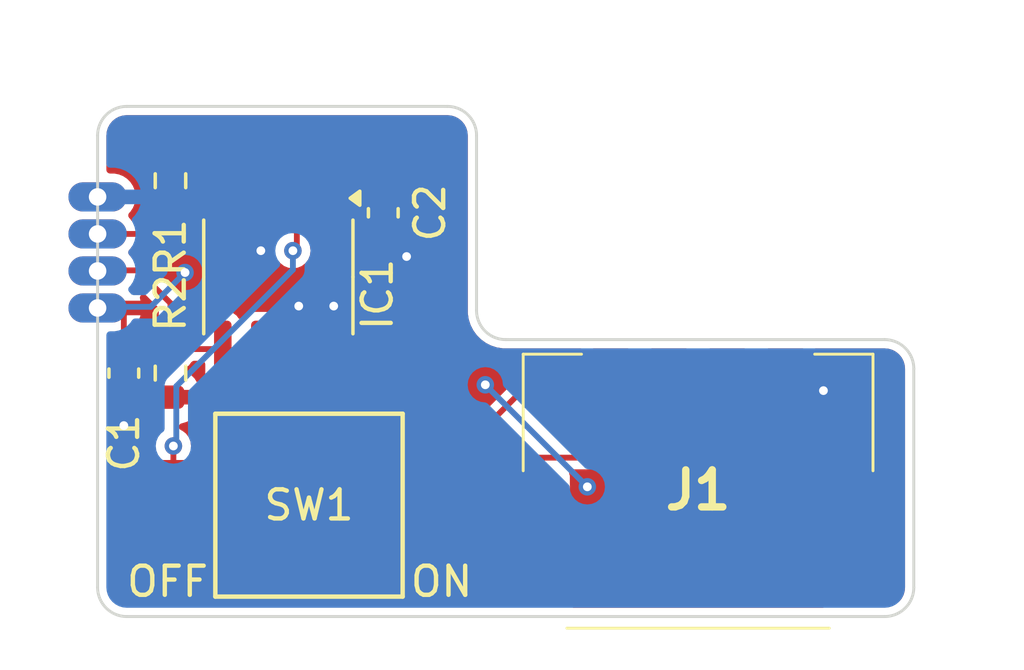
<source format=kicad_pcb>
(kicad_pcb (version 20240108) (generator "pcbnew") (generator_version "8.0")
  (layers (0 "F.Cu" signal) (31 "B.Cu" signal) (34 "B.Paste" user) (35 "F.Paste" user) (36 "B.SilkS" user "B.Silkscreen") (37 "F.SilkS" user "F.Silkscreen") (38 "B.Mask" user) (39 "F.Mask" user) (44 "Edge.Cuts" user))
  (net 0 "")
  (net 1 "GND")
  (net 2 "+5V")
  (net 3 "/SCL")
  (net 4 "/SDA")
  (net 5 "/DQ")
  (net 7 "/DQ_{1}")
  (footprint "Resistor_SMD:R_0603_1608Metric" (layer "F.Cu") (at 131.5 95.15 90)
    (property "Reference" "R2" (at 2.4 0 -90) (layer "F.SilkS"))
    (property "Value" "R")
    (fp_line (start -0.237258 -0.5225) (end 0.237258 -0.5225) (stroke (width 0.12)) (layer "F.SilkS"))
    (fp_line (start -0.237258 0.5225) (end 0.237258 0.5225) (stroke (width 0.12)) (layer "F.SilkS"))
    (pad "1" smd roundrect (at -0.825 0 90) (size 0.8 0.95) (layers "F.Cu" "F.Paste" "F.Mask") (net 2 "+5V"))
    (pad "2" smd roundrect (at 0.825 0 90) (size 0.8 0.95) (layers "F.Cu" "F.Paste" "F.Mask") (net 4 "/SDA"))
  )
  (footprint "Capacitor_SMD:C_0603_1608Metric" (layer "F.Cu") (at 129.9 95.15 90)
    (property "Reference" "C1" (at -2.4 0 -90) (layer "F.SilkS"))
    (property "Value" "100n")
    (fp_line (start -0.14058 -0.51) (end 0.14058 -0.51) (stroke (width 0.12)) (layer "F.SilkS"))
    (fp_line (start -0.14058 0.51) (end 0.14058 0.51) (stroke (width 0.12)) (layer "F.SilkS"))
    (pad "1" smd roundrect (at -0.775 0 90) (size 0.9 0.95) (layers "F.Cu" "F.Paste" "F.Mask") (net 1 "GND"))
    (pad "2" smd roundrect (at 0.775 0 90) (size 0.9 0.95) (layers "F.Cu" "F.Paste" "F.Mask") (net 2 "+5V"))
  )
  (footprint "Capacitor_SMD:C_0603_1608Metric" (layer "F.Cu") (at 138.8 89.65 90)
    (property "Reference" "C2" (at 0 1.6 -90) (layer "F.SilkS"))
    (property "Value" "100n")
    (fp_line (start -0.14058 -0.51) (end 0.14058 -0.51) (stroke (width 0.12)) (layer "F.SilkS"))
    (fp_line (start -0.14058 0.51) (end 0.14058 0.51) (stroke (width 0.12)) (layer "F.SilkS"))
    (pad "1" smd roundrect (at -0.775 0 90) (size 0.9 0.95) (layers "F.Cu" "F.Paste" "F.Mask") (net 1 "GND"))
    (pad "2" smd roundrect (at 0.775 0 90) (size 0.9 0.95) (layers "F.Cu" "F.Paste" "F.Mask") (net 2 "+5V"))
  )
  (footprint "Package_SO:SOIC-8_3.9x4.9mm_P1.27mm" (layer "F.Cu") (at 135.2 91.85 -90)
    (property "Reference" "IC1" (at 0.6 -3.4 90) (layer "F.SilkS"))
    (property "Value" "DS2482S-100+")
    (fp_line (start 0 2.56) (end -1.95 2.56) (stroke (width 0.12)) (layer "F.SilkS"))
    (fp_line (start 0 2.56) (end 1.95 2.56) (stroke (width 0.12)) (layer "F.SilkS"))
    (fp_line (start 0 -2.56) (end -1.95 -2.56) (stroke (width 0.12)) (layer "F.SilkS"))
    (fp_line (start 0 -2.56) (end 1.95 -2.56) (stroke (width 0.12)) (layer "F.SilkS"))
    (fp_poly (pts (xy -2.7 -2.465) (xy -2.94 -2.795) (xy -2.46 -2.795) (xy -2.7 -2.465)) (stroke (width 0.12)) (fill solid) (layer "F.SilkS"))
    (pad "1" smd roundrect (at -2.475 -1.905 270) (size 1.95 0.6) (layers "F.Cu" "F.Paste" "F.Mask") (net 2 "+5V"))
    (pad "2" smd roundrect (at -2.475 -0.635 270) (size 1.95 0.6) (layers "F.Cu" "F.Paste" "F.Mask") (net 5 "/DQ"))
    (pad "3" smd roundrect (at -2.475 0.635 270) (size 1.95 0.6) (layers "F.Cu" "F.Paste" "F.Mask") (net 1 "GND"))
    (pad "4" smd roundrect (at -2.475 1.905 270) (size 1.95 0.6) (layers "F.Cu" "F.Paste" "F.Mask") (net 3 "/SCL"))
    (pad "5" smd roundrect (at 2.475 1.905 270) (size 1.95 0.6) (layers "F.Cu" "F.Paste" "F.Mask") (net 4 "/SDA"))
    (pad "6" smd roundrect (at 2.475 0.635 270) (size 1.95 0.6) (layers "F.Cu" "F.Paste" "F.Mask"))
    (pad "7" smd roundrect (at 2.475 -0.635 270) (size 1.95 0.6) (layers "F.Cu" "F.Paste" "F.Mask") (net 1 "GND"))
    (pad "8" smd roundrect (at 2.475 -1.905 270) (size 1.95 0.6) (layers "F.Cu" "F.Paste" "F.Mask") (net 1 "GND"))
  )
  (footprint "Piggy:pigg" (layer "F.Cu") (at 129 90.375 -90)
    (property "Reference" "J2" (hide yes))
    (property "Value" "Conn_01x04")
    (pad "1" thru_hole oval (at 2.54 0 270) (size 1 2) (drill 0.6) (property pad_prop_castellated) (layers "*.Cu" "*.Mask") (net 2 "+5V"))
    (pad "2" thru_hole oval (at 1.27 0 270) (size 1 2) (drill 0.6) (property pad_prop_castellated) (layers "*.Cu" "*.Mask") (net 4 "/SDA"))
    (pad "3" thru_hole oval (at 0 0 270) (size 1 2) (drill 0.6) (property pad_prop_castellated) (layers "*.Cu" "*.Mask") (net 3 "/SCL"))
    (pad "4" thru_hole oval (at -1.27 0 270) (size 1 2) (drill 0.6) (property pad_prop_castellated) (layers "*.Cu" "*.Mask") (net 1 "GND"))
  )
  (footprint "Resistor_SMD:R_0603_1608Metric" (layer "F.Cu") (at 131.5 88.55 -90)
    (property "Reference" "R1" (at 2.3 0 90) (layer "F.SilkS"))
    (property "Value" "R")
    (fp_line (start -0.237258 0.5225) (end 0.237258 0.5225) (stroke (width 0.12)) (layer "F.SilkS"))
    (fp_line (start -0.237258 -0.5225) (end 0.237258 -0.5225) (stroke (width 0.12)) (layer "F.SilkS"))
    (pad "1" smd roundrect (at -0.825 0 270) (size 0.8 0.95) (layers "F.Cu" "F.Paste" "F.Mask") (net 2 "+5V"))
    (pad "2" smd roundrect (at 0.825 0 270) (size 0.8 0.95) (layers "F.Cu" "F.Paste" "F.Mask") (net 3 "/SCL"))
  )
  (footprint "Piggy:5023520400" (layer "F.Cu") (at 149.6 99.165)
    (property "Reference" "J1" (at 0 0 0) (layer "F.SilkS") (effects (font (size 1.27 1.27) (thickness 0.254))))
    (property "Value" "Conn_01x04" (hide yes))
    (fp_line (start -6 -4.665) (end -6 -0.665) (stroke (width 0.1)) (layer "F.SilkS"))
    (fp_line (start -4.5 4.735) (end 4.5 4.735) (stroke (width 0.1)) (layer "F.SilkS"))
    (fp_line (start -4 -4.665) (end -6 -4.665) (stroke (width 0.1)) (layer "F.SilkS"))
    (fp_line (start 4 -4.665) (end 6 -4.665) (stroke (width 0.1)) (layer "F.SilkS"))
    (fp_line (start 6 -4.665) (end 6 -0.665) (stroke (width 0.1)) (layer "F.SilkS"))
    (pad "1" smd rect (at 3 -3.265) (size 1.2 3.2) (layers "F.Cu" "F.Paste" "F.Mask") (net 1 "GND"))
    (pad "2" smd rect (at 1 -3.265) (size 1.2 3.2) (layers "F.Cu" "F.Paste" "F.Mask") (net 2 "+5V"))
    (pad "3" smd rect (at -1 -3.265) (size 1.2 3.2) (layers "F.Cu" "F.Paste" "F.Mask") (net 5 "/DQ"))
    (pad "4" smd rect (at -3 -3.265) (size 1.2 3.2) (layers "F.Cu" "F.Paste" "F.Mask") (net 7 "/DQ_{1}"))
    (pad "5" smd rect (at -5.55 1.7825) (size 1.7 4.435) (layers "F.Cu" "F.Paste" "F.Mask"))
    (pad "6" smd rect (at 5.55 1.7825) (size 1.7 4.435) (layers "F.Cu" "F.Paste" "F.Mask"))
  )
  (footprint "Piggy:418121270802_WRE" (layer "F.Cu") (at 136.2518 99.68)
    (property "Reference" "SW1" (at 0 0 0) (layer "F.SilkS"))
    (property "Value" "418121270802")
    (fp_line (start -3.2131 -3.1369) (end -3.2131 3.1369) (stroke (width 0.1524)) (layer "F.SilkS"))
    (fp_line (start -3.2131 3.1369) (end 3.2131 3.1369) (stroke (width 0.1524)) (layer "F.SilkS"))
    (fp_line (start 3.2131 -3.1369) (end -3.2131 -3.1369) (stroke (width 0.1524)) (layer "F.SilkS"))
    (fp_line (start 3.2131 3.1369) (end 3.2131 -3.1369) (stroke (width 0.1524)) (layer "F.SilkS"))
    (fp_text user "OFF" (at -4.8518 2.62 0) (layer "F.SilkS"))
    (fp_text user "ON" (at 4.5482 2.62 0) (layer "F.SilkS"))
    (pad "1" smd rect (at -4.6482 -1.27) (size 1.524 0.5588) (layers "F.Cu" "F.Paste" "F.Mask") (net 5 "/DQ"))
    (pad "2" smd rect (at -4.6482 1.27) (size 1.524 0.5588) (layers "F.Cu" "F.Paste" "F.Mask"))
    (pad "3" smd rect (at 4.6482 1.27) (size 1.524 0.5588) (layers "F.Cu" "F.Paste" "F.Mask"))
    (pad "4" smd rect (at 4.6482 -1.27) (size 1.524 0.5588) (layers "F.Cu" "F.Paste" "F.Mask") (net 7 "/DQ_{1}"))
  )
  (gr_arc (start 129 87) (mid 129.292893 86.292893) (end 130 86) (stroke (width 0.1)) (layer "Edge.Cuts"))
  (gr_line (start 129 102.5) (end 129 87) (stroke (width 0.1)) (layer "Edge.Cuts"))
  (gr_line (start 143 94) (end 156 94) (stroke (width 0.1)) (layer "Edge.Cuts"))
  (gr_arc (start 141 86) (mid 141.707107 86.292893) (end 142 87) (stroke (width 0.1)) (layer "Edge.Cuts"))
  (gr_line (start 157 95) (end 157 102.5) (stroke (width 0.1)) (layer "Edge.Cuts"))
  (gr_line (start 130 86) (end 141 86) (stroke (width 0.1)) (layer "Edge.Cuts"))
  (gr_arc (start 157 102.5) (mid 156.707107 103.207107) (end 156 103.5) (stroke (width 0.1)) (layer "Edge.Cuts"))
  (gr_line (start 156 103.5) (end 130 103.5) (stroke (width 0.1)) (layer "Edge.Cuts"))
  (gr_arc (start 156 94) (mid 156.707107 94.292893) (end 157 95) (stroke (width 0.1)) (layer "Edge.Cuts"))
  (gr_arc (start 143 94) (mid 142.292893 93.707107) (end 142 93) (stroke (width 0.1)) (layer "Edge.Cuts"))
  (gr_arc (start 130 103.5) (mid 129.292893 103.207107) (end 129 102.5) (stroke (width 0.1)) (layer "Edge.Cuts"))
  (gr_line (start 142 87) (end 142 93) (stroke (width 0.1)) (layer "Edge.Cuts"))
  (segment (start 138.8 90.425) (end 138.875 90.425) (width 0.2) (layer "F.Cu") (net 1))
  (segment (start 129.9 95.925) (end 129.9 96.95) (width 0.2) (layer "F.Cu") (net 1))
  (segment (start 137.105 92.855) (end 137.1 92.85) (width 0.2) (layer "F.Cu") (net 1))
  (segment (start 152.6 95.785) (end 153.865 95.785) (width 0.2) (layer "F.Cu") (net 1))
  (segment (start 134.565 89.375) (end 134.565 90.915) (width 0.2) (layer "F.Cu") (net 1))
  (segment (start 153.865 95.785) (end 153.9 95.75) (width 0.2) (layer "F.Cu") (net 1))
  (segment (start 135.835 94.325) (end 135.835 92.915) (width 0.2) (layer "F.Cu") (net 1))
  (segment (start 137.105 94.325) (end 137.105 92.855) (width 0.2) (layer "F.Cu") (net 1))
  (segment (start 138.875 90.425) (end 139.6 91.15) (width 0.2) (layer "F.Cu") (net 1))
  (segment (start 135.835 92.915) (end 135.9 92.85) (width 0.2) (layer "F.Cu") (net 1))
  (segment (start 134.565 90.915) (end 134.6 90.95) (width 0.2) (layer "F.Cu") (net 1))
  (via (at 153.9 95.75) (size 0.6) (drill 0.3) (layers "F.Cu" "B.Cu") (net 1))
  (via (at 139.6 91.15) (size 0.6) (drill 0.3) (layers "F.Cu" "B.Cu") (net 1))
  (via (at 134.6 90.95) (size 0.6) (drill 0.3) (layers "F.Cu" "B.Cu") (net 1))
  (via (at 137.1 92.85) (size 0.6) (drill 0.3) (layers "F.Cu" "B.Cu") (net 1))
  (via (at 135.9 92.85) (size 0.6) (drill 0.3) (layers "F.Cu" "B.Cu") (net 1))
  (via (at 129.9 96.95) (size 0.6) (drill 0.3) (layers "F.Cu" "B.Cu") (net 1))
  (segment (start 129.9 94.375) (end 129.9 93.175) (width 0.2) (layer "F.Cu") (net 2))
  (segment (start 129.9 93.175) (end 129.6 92.875) (width 0.2) (layer "F.Cu") (net 2))
  (via (at 132 91.7) (size 0.6) (drill 0.3) (layers "F.Cu" "B.Cu") (net 2))
  (via (at 142.3 95.549996) (size 0.6) (drill 0.3) (layers "F.Cu" "B.Cu") (net 2))
  (via (at 145.8 99.05) (size 0.6) (drill 0.3) (layers "F.Cu" "B.Cu") (net 2))
  (segment (start 132 91.7) (end 130.825 92.875) (width 0.2) (layer "B.Cu") (net 2))
  (segment (start 130.825 92.875) (end 129.6 92.875) (width 0.2) (layer "B.Cu") (net 2))
  (segment (start 145.8 99.05) (end 142.3 95.55) (width 0.2) (layer "B.Cu") (net 2))
  (segment (start 142.3 95.55) (end 142.3 95.549996) (width 0.2) (layer "B.Cu") (net 2))
  (segment (start 131.475 89.375) (end 130.475 90.375) (width 0.2) (layer "F.Cu") (net 3))
  (segment (start 131.5 89.375) (end 131.475 89.375) (width 0.2) (layer "F.Cu") (net 3))
  (segment (start 133.295 89.375) (end 131.5 89.375) (width 0.2) (layer "F.Cu") (net 3))
  (segment (start 130.475 90.375) (end 129.6 90.375) (width 0.2) (layer "F.Cu") (net 3))
  (segment (start 131.5 92.75) (end 130.375 91.625) (width 0.2) (layer "F.Cu") (net 4))
  (segment (start 131.5 94.325) (end 131.5 92.75) (width 0.2) (layer "F.Cu") (net 4))
  (segment (start 130.375 91.625) (end 129.6 91.625) (width 0.2) (layer "F.Cu") (net 4))
  (segment (start 133.295 94.325) (end 131.5 94.325) (width 0.2) (layer "F.Cu") (net 4))
  (segment (start 135.835 89.375) (end 135.835 90.815) (width 0.2) (layer "F.Cu") (net 5))
  (segment (start 132.7 99.45) (end 141.7 99.45) (width 0.2) (layer "F.Cu") (net 5))
  (segment (start 135.835 90.815) (end 135.7 90.95) (width 0.2) (layer "F.Cu") (net 5))
  (segment (start 143.1 98.05) (end 147.9 98.05) (width 0.2) (layer "F.Cu") (net 5))
  (segment (start 131.6 98.4064) (end 131.6036 98.41) (width 0.2) (layer "F.Cu") (net 5))
  (segment (start 147.9 98.05) (end 148.6 97.35) (width 0.2) (layer "F.Cu") (net 5))
  (segment (start 131.66 98.41) (end 132.7 99.45) (width 0.2) (layer "F.Cu") (net 5))
  (segment (start 141.7 99.45) (end 143.1 98.05) (width 0.2) (layer "F.Cu") (net 5))
  (segment (start 131.6036 98.41) (end 131.66 98.41) (width 0.2) (layer "F.Cu") (net 5))
  (segment (start 148.6 97.35) (end 148.6 95.9) (width 0.2) (layer "F.Cu") (net 5))
  (segment (start 131.6 97.65) (end 131.6 98.4064) (width 0.2) (layer "F.Cu") (net 5))
  (via (at 131.6 97.65) (size 0.6) (drill 0.3) (layers "F.Cu" "B.Cu") (net 5))
  (via (at 135.7 90.95) (size 0.6) (drill 0.3) (layers "F.Cu" "B.Cu") (net 5))
  (segment (start 131.7 95.6) (end 131.7 97.55) (width 0.2) (layer "B.Cu") (net 5))
  (segment (start 135.7 90.95) (end 135.7 91.6) (width 0.2) (layer "B.Cu") (net 5))
  (segment (start 131.7 97.55) (end 131.6 97.65) (width 0.2) (layer "B.Cu") (net 5))
  (segment (start 135.7 91.6) (end 131.7 95.6) (width 0.2) (layer "B.Cu") (net 5))
  (segment (start 143.525 95.785) (end 140.9 98.41) (width 0.2) (layer "F.Cu") (net 7))
  (segment (start 146.6 95.785) (end 143.525 95.785) (width 0.2) (layer "F.Cu") (net 7))
  (zone (net 2) (net_name "+5V") (layer "F.Cu") (connect_pads (clearance 0.3)) (min_thickness 0.25) (fill yes (thermal_gap 0.5) (thermal_bridge_width 0.5))
    (polygon (pts (xy 126.8 82.35) (xy 160.8 82.35) (xy 160.8 105.35) (xy 126.8 105.35)))
  )
  (zone (net 1) (net_name "GND") (layer "B.Cu") (connect_pads (clearance 0.3)) (min_thickness 0.25) (fill yes (thermal_gap 0.5) (thermal_bridge_width 0.5))
    (polygon (pts (xy 126.8 82.35) (xy 160.8 82.35) (xy 160.8 105.35) (xy 126.8 105.35)))
  )
)
</source>
